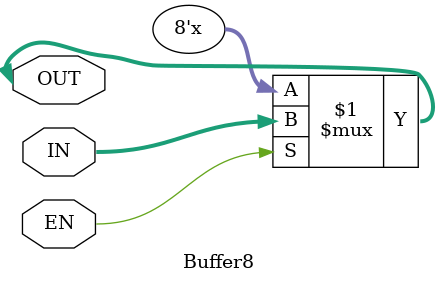
<source format=v>
module Buffer8(
    input EN,
    inout [7:0] IN,
    inout [7:0] OUT
);

assign OUT = EN ? IN : 8'bZZZZZZZZ;

endmodule
</source>
